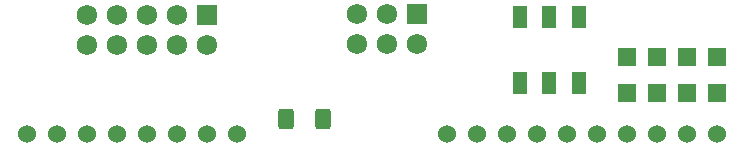
<source format=gbr>
%TF.GenerationSoftware,KiCad,Pcbnew,7.0.9*%
%TF.CreationDate,2024-01-07T05:54:30-05:00*%
%TF.ProjectId,Flipper-ICSP,466c6970-7065-4722-9d49-4353502e6b69,A*%
%TF.SameCoordinates,Original*%
%TF.FileFunction,Soldermask,Top*%
%TF.FilePolarity,Negative*%
%FSLAX46Y46*%
G04 Gerber Fmt 4.6, Leading zero omitted, Abs format (unit mm)*
G04 Created by KiCad (PCBNEW 7.0.9) date 2024-01-07 05:54:30*
%MOMM*%
%LPD*%
G01*
G04 APERTURE LIST*
G04 Aperture macros list*
%AMRoundRect*
0 Rectangle with rounded corners*
0 $1 Rounding radius*
0 $2 $3 $4 $5 $6 $7 $8 $9 X,Y pos of 4 corners*
0 Add a 4 corners polygon primitive as box body*
4,1,4,$2,$3,$4,$5,$6,$7,$8,$9,$2,$3,0*
0 Add four circle primitives for the rounded corners*
1,1,$1+$1,$2,$3*
1,1,$1+$1,$4,$5*
1,1,$1+$1,$6,$7*
1,1,$1+$1,$8,$9*
0 Add four rect primitives between the rounded corners*
20,1,$1+$1,$2,$3,$4,$5,0*
20,1,$1+$1,$4,$5,$6,$7,0*
20,1,$1+$1,$6,$7,$8,$9,0*
20,1,$1+$1,$8,$9,$2,$3,0*%
G04 Aperture macros list end*
%ADD10R,1.500000X1.500000*%
%ADD11R,1.200000X1.950000*%
%ADD12R,1.725000X1.725000*%
%ADD13C,1.725000*%
%ADD14RoundRect,0.250000X0.400000X0.625000X-0.400000X0.625000X-0.400000X-0.625000X0.400000X-0.625000X0*%
%ADD15C,1.524000*%
G04 APERTURE END LIST*
D10*
%TO.C,LED1*%
X122555000Y-69569332D03*
X122555000Y-66569332D03*
%TD*%
D11*
%TO.C,S1*%
X113515722Y-63132260D03*
X116015722Y-63132260D03*
X118515722Y-63132260D03*
X113515722Y-68782260D03*
X116015722Y-68782260D03*
X118515722Y-68782260D03*
%TD*%
D12*
%TO.C,J2*%
X86995000Y-63030000D03*
D13*
X86995000Y-65570000D03*
X84455000Y-63030000D03*
X84455000Y-65570000D03*
X81915000Y-63030000D03*
X81915000Y-65570000D03*
X79375000Y-63030000D03*
X79375000Y-65570000D03*
X76835000Y-63030000D03*
X76835000Y-65570000D03*
%TD*%
D10*
%TO.C,LED4*%
X130175000Y-69569332D03*
X130175000Y-66569332D03*
%TD*%
%TO.C,LED3*%
X127635000Y-69569332D03*
X127635000Y-66569332D03*
%TD*%
D12*
%TO.C,J3*%
X104775000Y-62865000D03*
D13*
X104775000Y-65405000D03*
X102235000Y-62865000D03*
X102235000Y-65405000D03*
X99695000Y-62865000D03*
X99695000Y-65405000D03*
%TD*%
D14*
%TO.C,R1*%
X96800000Y-71755000D03*
X93700000Y-71755000D03*
%TD*%
D15*
%TO.C,J1*%
X71755000Y-73025000D03*
X74295000Y-73025000D03*
X76835000Y-73025000D03*
X79375000Y-73025000D03*
X81915000Y-73025000D03*
X84455000Y-73025000D03*
X86995000Y-73025000D03*
X89535000Y-73025000D03*
X107315000Y-73025000D03*
X109855000Y-73025000D03*
X112395000Y-73025000D03*
X114935000Y-73025000D03*
X117475000Y-73025000D03*
X120015000Y-73025000D03*
X122555000Y-73025000D03*
X125095000Y-73025000D03*
X127635000Y-73025000D03*
X130175000Y-73025000D03*
%TD*%
D10*
%TO.C,LED2*%
X125095000Y-69569332D03*
X125095000Y-66569332D03*
%TD*%
M02*

</source>
